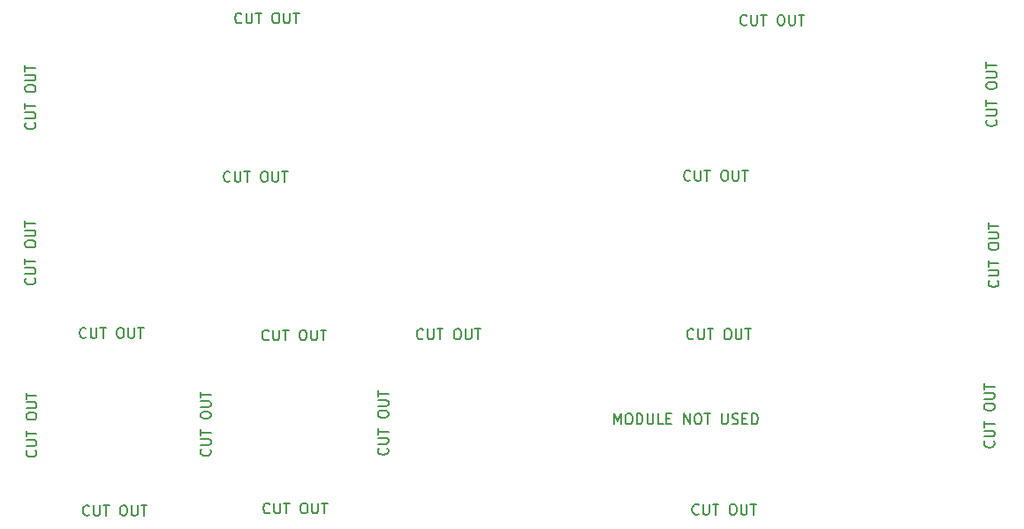
<source format=gbr>
G04 #@! TF.GenerationSoftware,KiCad,Pcbnew,(5.1.4)-1*
G04 #@! TF.CreationDate,2020-11-21T16:43:21-08:00*
G04 #@! TF.ProjectId,ufc_v4_displays_panel,7566635f-7634-45f6-9469-73706c617973,rev?*
G04 #@! TF.SameCoordinates,Original*
G04 #@! TF.FileFunction,Other,Comment*
%FSLAX46Y46*%
G04 Gerber Fmt 4.6, Leading zero omitted, Abs format (unit mm)*
G04 Created by KiCad (PCBNEW (5.1.4)-1) date 2020-11-21 16:43:21*
%MOMM*%
%LPD*%
G04 APERTURE LIST*
%ADD10C,0.150000*%
G04 APERTURE END LIST*
D10*
X102156547Y-84519380D02*
X102156547Y-83519380D01*
X102489880Y-84233666D01*
X102823214Y-83519380D01*
X102823214Y-84519380D01*
X103489880Y-83519380D02*
X103680357Y-83519380D01*
X103775595Y-83567000D01*
X103870833Y-83662238D01*
X103918452Y-83852714D01*
X103918452Y-84186047D01*
X103870833Y-84376523D01*
X103775595Y-84471761D01*
X103680357Y-84519380D01*
X103489880Y-84519380D01*
X103394642Y-84471761D01*
X103299404Y-84376523D01*
X103251785Y-84186047D01*
X103251785Y-83852714D01*
X103299404Y-83662238D01*
X103394642Y-83567000D01*
X103489880Y-83519380D01*
X104347023Y-84519380D02*
X104347023Y-83519380D01*
X104585119Y-83519380D01*
X104727976Y-83567000D01*
X104823214Y-83662238D01*
X104870833Y-83757476D01*
X104918452Y-83947952D01*
X104918452Y-84090809D01*
X104870833Y-84281285D01*
X104823214Y-84376523D01*
X104727976Y-84471761D01*
X104585119Y-84519380D01*
X104347023Y-84519380D01*
X105347023Y-83519380D02*
X105347023Y-84328904D01*
X105394642Y-84424142D01*
X105442261Y-84471761D01*
X105537500Y-84519380D01*
X105727976Y-84519380D01*
X105823214Y-84471761D01*
X105870833Y-84424142D01*
X105918452Y-84328904D01*
X105918452Y-83519380D01*
X106870833Y-84519380D02*
X106394642Y-84519380D01*
X106394642Y-83519380D01*
X107204166Y-83995571D02*
X107537500Y-83995571D01*
X107680357Y-84519380D02*
X107204166Y-84519380D01*
X107204166Y-83519380D01*
X107680357Y-83519380D01*
X108870833Y-84519380D02*
X108870833Y-83519380D01*
X109442261Y-84519380D01*
X109442261Y-83519380D01*
X110108928Y-83519380D02*
X110299404Y-83519380D01*
X110394642Y-83567000D01*
X110489880Y-83662238D01*
X110537500Y-83852714D01*
X110537500Y-84186047D01*
X110489880Y-84376523D01*
X110394642Y-84471761D01*
X110299404Y-84519380D01*
X110108928Y-84519380D01*
X110013690Y-84471761D01*
X109918452Y-84376523D01*
X109870833Y-84186047D01*
X109870833Y-83852714D01*
X109918452Y-83662238D01*
X110013690Y-83567000D01*
X110108928Y-83519380D01*
X110823214Y-83519380D02*
X111394642Y-83519380D01*
X111108928Y-84519380D02*
X111108928Y-83519380D01*
X112489880Y-83519380D02*
X112489880Y-84328904D01*
X112537500Y-84424142D01*
X112585119Y-84471761D01*
X112680357Y-84519380D01*
X112870833Y-84519380D01*
X112966071Y-84471761D01*
X113013690Y-84424142D01*
X113061309Y-84328904D01*
X113061309Y-83519380D01*
X113489880Y-84471761D02*
X113632738Y-84519380D01*
X113870833Y-84519380D01*
X113966071Y-84471761D01*
X114013690Y-84424142D01*
X114061309Y-84328904D01*
X114061309Y-84233666D01*
X114013690Y-84138428D01*
X113966071Y-84090809D01*
X113870833Y-84043190D01*
X113680357Y-83995571D01*
X113585119Y-83947952D01*
X113537500Y-83900333D01*
X113489880Y-83805095D01*
X113489880Y-83709857D01*
X113537500Y-83614619D01*
X113585119Y-83567000D01*
X113680357Y-83519380D01*
X113918452Y-83519380D01*
X114061309Y-83567000D01*
X114489880Y-83995571D02*
X114823214Y-83995571D01*
X114966071Y-84519380D02*
X114489880Y-84519380D01*
X114489880Y-83519380D01*
X114966071Y-83519380D01*
X115394642Y-84519380D02*
X115394642Y-83519380D01*
X115632738Y-83519380D01*
X115775595Y-83567000D01*
X115870833Y-83662238D01*
X115918452Y-83757476D01*
X115966071Y-83947952D01*
X115966071Y-84090809D01*
X115918452Y-84281285D01*
X115870833Y-84376523D01*
X115775595Y-84471761D01*
X115632738Y-84519380D01*
X115394642Y-84519380D01*
X138744642Y-55346761D02*
X138792261Y-55394380D01*
X138839880Y-55537238D01*
X138839880Y-55632476D01*
X138792261Y-55775333D01*
X138697023Y-55870571D01*
X138601785Y-55918190D01*
X138411309Y-55965809D01*
X138268452Y-55965809D01*
X138077976Y-55918190D01*
X137982738Y-55870571D01*
X137887500Y-55775333D01*
X137839880Y-55632476D01*
X137839880Y-55537238D01*
X137887500Y-55394380D01*
X137935119Y-55346761D01*
X137839880Y-54918190D02*
X138649404Y-54918190D01*
X138744642Y-54870571D01*
X138792261Y-54822952D01*
X138839880Y-54727714D01*
X138839880Y-54537238D01*
X138792261Y-54442000D01*
X138744642Y-54394380D01*
X138649404Y-54346761D01*
X137839880Y-54346761D01*
X137839880Y-54013428D02*
X137839880Y-53442000D01*
X138839880Y-53727714D02*
X137839880Y-53727714D01*
X137839880Y-52156285D02*
X137839880Y-51965809D01*
X137887500Y-51870571D01*
X137982738Y-51775333D01*
X138173214Y-51727714D01*
X138506547Y-51727714D01*
X138697023Y-51775333D01*
X138792261Y-51870571D01*
X138839880Y-51965809D01*
X138839880Y-52156285D01*
X138792261Y-52251523D01*
X138697023Y-52346761D01*
X138506547Y-52394380D01*
X138173214Y-52394380D01*
X137982738Y-52346761D01*
X137887500Y-52251523D01*
X137839880Y-52156285D01*
X137839880Y-51299142D02*
X138649404Y-51299142D01*
X138744642Y-51251523D01*
X138792261Y-51203904D01*
X138839880Y-51108666D01*
X138839880Y-50918190D01*
X138792261Y-50822952D01*
X138744642Y-50775333D01*
X138649404Y-50727714D01*
X137839880Y-50727714D01*
X137839880Y-50394380D02*
X137839880Y-49822952D01*
X138839880Y-50108666D02*
X137839880Y-50108666D01*
X138944642Y-70746761D02*
X138992261Y-70794380D01*
X139039880Y-70937238D01*
X139039880Y-71032476D01*
X138992261Y-71175333D01*
X138897023Y-71270571D01*
X138801785Y-71318190D01*
X138611309Y-71365809D01*
X138468452Y-71365809D01*
X138277976Y-71318190D01*
X138182738Y-71270571D01*
X138087500Y-71175333D01*
X138039880Y-71032476D01*
X138039880Y-70937238D01*
X138087500Y-70794380D01*
X138135119Y-70746761D01*
X138039880Y-70318190D02*
X138849404Y-70318190D01*
X138944642Y-70270571D01*
X138992261Y-70222952D01*
X139039880Y-70127714D01*
X139039880Y-69937238D01*
X138992261Y-69842000D01*
X138944642Y-69794380D01*
X138849404Y-69746761D01*
X138039880Y-69746761D01*
X138039880Y-69413428D02*
X138039880Y-68842000D01*
X139039880Y-69127714D02*
X138039880Y-69127714D01*
X138039880Y-67556285D02*
X138039880Y-67365809D01*
X138087500Y-67270571D01*
X138182738Y-67175333D01*
X138373214Y-67127714D01*
X138706547Y-67127714D01*
X138897023Y-67175333D01*
X138992261Y-67270571D01*
X139039880Y-67365809D01*
X139039880Y-67556285D01*
X138992261Y-67651523D01*
X138897023Y-67746761D01*
X138706547Y-67794380D01*
X138373214Y-67794380D01*
X138182738Y-67746761D01*
X138087500Y-67651523D01*
X138039880Y-67556285D01*
X138039880Y-66699142D02*
X138849404Y-66699142D01*
X138944642Y-66651523D01*
X138992261Y-66603904D01*
X139039880Y-66508666D01*
X139039880Y-66318190D01*
X138992261Y-66222952D01*
X138944642Y-66175333D01*
X138849404Y-66127714D01*
X138039880Y-66127714D01*
X138039880Y-65794380D02*
X138039880Y-65222952D01*
X139039880Y-65508666D02*
X138039880Y-65508666D01*
X51882738Y-93199142D02*
X51835119Y-93246761D01*
X51692261Y-93294380D01*
X51597023Y-93294380D01*
X51454166Y-93246761D01*
X51358928Y-93151523D01*
X51311309Y-93056285D01*
X51263690Y-92865809D01*
X51263690Y-92722952D01*
X51311309Y-92532476D01*
X51358928Y-92437238D01*
X51454166Y-92342000D01*
X51597023Y-92294380D01*
X51692261Y-92294380D01*
X51835119Y-92342000D01*
X51882738Y-92389619D01*
X52311309Y-92294380D02*
X52311309Y-93103904D01*
X52358928Y-93199142D01*
X52406547Y-93246761D01*
X52501785Y-93294380D01*
X52692261Y-93294380D01*
X52787500Y-93246761D01*
X52835119Y-93199142D01*
X52882738Y-93103904D01*
X52882738Y-92294380D01*
X53216071Y-92294380D02*
X53787500Y-92294380D01*
X53501785Y-93294380D02*
X53501785Y-92294380D01*
X55073214Y-92294380D02*
X55263690Y-92294380D01*
X55358928Y-92342000D01*
X55454166Y-92437238D01*
X55501785Y-92627714D01*
X55501785Y-92961047D01*
X55454166Y-93151523D01*
X55358928Y-93246761D01*
X55263690Y-93294380D01*
X55073214Y-93294380D01*
X54977976Y-93246761D01*
X54882738Y-93151523D01*
X54835119Y-92961047D01*
X54835119Y-92627714D01*
X54882738Y-92437238D01*
X54977976Y-92342000D01*
X55073214Y-92294380D01*
X55930357Y-92294380D02*
X55930357Y-93103904D01*
X55977976Y-93199142D01*
X56025595Y-93246761D01*
X56120833Y-93294380D01*
X56311309Y-93294380D01*
X56406547Y-93246761D01*
X56454166Y-93199142D01*
X56501785Y-93103904D01*
X56501785Y-92294380D01*
X56835119Y-92294380D02*
X57406547Y-92294380D01*
X57120833Y-93294380D02*
X57120833Y-92294380D01*
X69182738Y-92999142D02*
X69135119Y-93046761D01*
X68992261Y-93094380D01*
X68897023Y-93094380D01*
X68754166Y-93046761D01*
X68658928Y-92951523D01*
X68611309Y-92856285D01*
X68563690Y-92665809D01*
X68563690Y-92522952D01*
X68611309Y-92332476D01*
X68658928Y-92237238D01*
X68754166Y-92142000D01*
X68897023Y-92094380D01*
X68992261Y-92094380D01*
X69135119Y-92142000D01*
X69182738Y-92189619D01*
X69611309Y-92094380D02*
X69611309Y-92903904D01*
X69658928Y-92999142D01*
X69706547Y-93046761D01*
X69801785Y-93094380D01*
X69992261Y-93094380D01*
X70087500Y-93046761D01*
X70135119Y-92999142D01*
X70182738Y-92903904D01*
X70182738Y-92094380D01*
X70516071Y-92094380D02*
X71087500Y-92094380D01*
X70801785Y-93094380D02*
X70801785Y-92094380D01*
X72373214Y-92094380D02*
X72563690Y-92094380D01*
X72658928Y-92142000D01*
X72754166Y-92237238D01*
X72801785Y-92427714D01*
X72801785Y-92761047D01*
X72754166Y-92951523D01*
X72658928Y-93046761D01*
X72563690Y-93094380D01*
X72373214Y-93094380D01*
X72277976Y-93046761D01*
X72182738Y-92951523D01*
X72135119Y-92761047D01*
X72135119Y-92427714D01*
X72182738Y-92237238D01*
X72277976Y-92142000D01*
X72373214Y-92094380D01*
X73230357Y-92094380D02*
X73230357Y-92903904D01*
X73277976Y-92999142D01*
X73325595Y-93046761D01*
X73420833Y-93094380D01*
X73611309Y-93094380D01*
X73706547Y-93046761D01*
X73754166Y-92999142D01*
X73801785Y-92903904D01*
X73801785Y-92094380D01*
X74135119Y-92094380D02*
X74706547Y-92094380D01*
X74420833Y-93094380D02*
X74420833Y-92094380D01*
X110282738Y-93099142D02*
X110235119Y-93146761D01*
X110092261Y-93194380D01*
X109997023Y-93194380D01*
X109854166Y-93146761D01*
X109758928Y-93051523D01*
X109711309Y-92956285D01*
X109663690Y-92765809D01*
X109663690Y-92622952D01*
X109711309Y-92432476D01*
X109758928Y-92337238D01*
X109854166Y-92242000D01*
X109997023Y-92194380D01*
X110092261Y-92194380D01*
X110235119Y-92242000D01*
X110282738Y-92289619D01*
X110711309Y-92194380D02*
X110711309Y-93003904D01*
X110758928Y-93099142D01*
X110806547Y-93146761D01*
X110901785Y-93194380D01*
X111092261Y-93194380D01*
X111187500Y-93146761D01*
X111235119Y-93099142D01*
X111282738Y-93003904D01*
X111282738Y-92194380D01*
X111616071Y-92194380D02*
X112187500Y-92194380D01*
X111901785Y-93194380D02*
X111901785Y-92194380D01*
X113473214Y-92194380D02*
X113663690Y-92194380D01*
X113758928Y-92242000D01*
X113854166Y-92337238D01*
X113901785Y-92527714D01*
X113901785Y-92861047D01*
X113854166Y-93051523D01*
X113758928Y-93146761D01*
X113663690Y-93194380D01*
X113473214Y-93194380D01*
X113377976Y-93146761D01*
X113282738Y-93051523D01*
X113235119Y-92861047D01*
X113235119Y-92527714D01*
X113282738Y-92337238D01*
X113377976Y-92242000D01*
X113473214Y-92194380D01*
X114330357Y-92194380D02*
X114330357Y-93003904D01*
X114377976Y-93099142D01*
X114425595Y-93146761D01*
X114520833Y-93194380D01*
X114711309Y-93194380D01*
X114806547Y-93146761D01*
X114854166Y-93099142D01*
X114901785Y-93003904D01*
X114901785Y-92194380D01*
X115235119Y-92194380D02*
X115806547Y-92194380D01*
X115520833Y-93194380D02*
X115520833Y-92194380D01*
X138544642Y-86146761D02*
X138592261Y-86194380D01*
X138639880Y-86337238D01*
X138639880Y-86432476D01*
X138592261Y-86575333D01*
X138497023Y-86670571D01*
X138401785Y-86718190D01*
X138211309Y-86765809D01*
X138068452Y-86765809D01*
X137877976Y-86718190D01*
X137782738Y-86670571D01*
X137687500Y-86575333D01*
X137639880Y-86432476D01*
X137639880Y-86337238D01*
X137687500Y-86194380D01*
X137735119Y-86146761D01*
X137639880Y-85718190D02*
X138449404Y-85718190D01*
X138544642Y-85670571D01*
X138592261Y-85622952D01*
X138639880Y-85527714D01*
X138639880Y-85337238D01*
X138592261Y-85242000D01*
X138544642Y-85194380D01*
X138449404Y-85146761D01*
X137639880Y-85146761D01*
X137639880Y-84813428D02*
X137639880Y-84242000D01*
X138639880Y-84527714D02*
X137639880Y-84527714D01*
X137639880Y-82956285D02*
X137639880Y-82765809D01*
X137687500Y-82670571D01*
X137782738Y-82575333D01*
X137973214Y-82527714D01*
X138306547Y-82527714D01*
X138497023Y-82575333D01*
X138592261Y-82670571D01*
X138639880Y-82765809D01*
X138639880Y-82956285D01*
X138592261Y-83051523D01*
X138497023Y-83146761D01*
X138306547Y-83194380D01*
X137973214Y-83194380D01*
X137782738Y-83146761D01*
X137687500Y-83051523D01*
X137639880Y-82956285D01*
X137639880Y-82099142D02*
X138449404Y-82099142D01*
X138544642Y-82051523D01*
X138592261Y-82003904D01*
X138639880Y-81908666D01*
X138639880Y-81718190D01*
X138592261Y-81622952D01*
X138544642Y-81575333D01*
X138449404Y-81527714D01*
X137639880Y-81527714D01*
X137639880Y-81194380D02*
X137639880Y-80622952D01*
X138639880Y-80908666D02*
X137639880Y-80908666D01*
X80444642Y-86846761D02*
X80492261Y-86894380D01*
X80539880Y-87037238D01*
X80539880Y-87132476D01*
X80492261Y-87275333D01*
X80397023Y-87370571D01*
X80301785Y-87418190D01*
X80111309Y-87465809D01*
X79968452Y-87465809D01*
X79777976Y-87418190D01*
X79682738Y-87370571D01*
X79587500Y-87275333D01*
X79539880Y-87132476D01*
X79539880Y-87037238D01*
X79587500Y-86894380D01*
X79635119Y-86846761D01*
X79539880Y-86418190D02*
X80349404Y-86418190D01*
X80444642Y-86370571D01*
X80492261Y-86322952D01*
X80539880Y-86227714D01*
X80539880Y-86037238D01*
X80492261Y-85942000D01*
X80444642Y-85894380D01*
X80349404Y-85846761D01*
X79539880Y-85846761D01*
X79539880Y-85513428D02*
X79539880Y-84942000D01*
X80539880Y-85227714D02*
X79539880Y-85227714D01*
X79539880Y-83656285D02*
X79539880Y-83465809D01*
X79587500Y-83370571D01*
X79682738Y-83275333D01*
X79873214Y-83227714D01*
X80206547Y-83227714D01*
X80397023Y-83275333D01*
X80492261Y-83370571D01*
X80539880Y-83465809D01*
X80539880Y-83656285D01*
X80492261Y-83751523D01*
X80397023Y-83846761D01*
X80206547Y-83894380D01*
X79873214Y-83894380D01*
X79682738Y-83846761D01*
X79587500Y-83751523D01*
X79539880Y-83656285D01*
X79539880Y-82799142D02*
X80349404Y-82799142D01*
X80444642Y-82751523D01*
X80492261Y-82703904D01*
X80539880Y-82608666D01*
X80539880Y-82418190D01*
X80492261Y-82322952D01*
X80444642Y-82275333D01*
X80349404Y-82227714D01*
X79539880Y-82227714D01*
X79539880Y-81894380D02*
X79539880Y-81322952D01*
X80539880Y-81608666D02*
X79539880Y-81608666D01*
X63444642Y-86946761D02*
X63492261Y-86994380D01*
X63539880Y-87137238D01*
X63539880Y-87232476D01*
X63492261Y-87375333D01*
X63397023Y-87470571D01*
X63301785Y-87518190D01*
X63111309Y-87565809D01*
X62968452Y-87565809D01*
X62777976Y-87518190D01*
X62682738Y-87470571D01*
X62587500Y-87375333D01*
X62539880Y-87232476D01*
X62539880Y-87137238D01*
X62587500Y-86994380D01*
X62635119Y-86946761D01*
X62539880Y-86518190D02*
X63349404Y-86518190D01*
X63444642Y-86470571D01*
X63492261Y-86422952D01*
X63539880Y-86327714D01*
X63539880Y-86137238D01*
X63492261Y-86042000D01*
X63444642Y-85994380D01*
X63349404Y-85946761D01*
X62539880Y-85946761D01*
X62539880Y-85613428D02*
X62539880Y-85042000D01*
X63539880Y-85327714D02*
X62539880Y-85327714D01*
X62539880Y-83756285D02*
X62539880Y-83565809D01*
X62587500Y-83470571D01*
X62682738Y-83375333D01*
X62873214Y-83327714D01*
X63206547Y-83327714D01*
X63397023Y-83375333D01*
X63492261Y-83470571D01*
X63539880Y-83565809D01*
X63539880Y-83756285D01*
X63492261Y-83851523D01*
X63397023Y-83946761D01*
X63206547Y-83994380D01*
X62873214Y-83994380D01*
X62682738Y-83946761D01*
X62587500Y-83851523D01*
X62539880Y-83756285D01*
X62539880Y-82899142D02*
X63349404Y-82899142D01*
X63444642Y-82851523D01*
X63492261Y-82803904D01*
X63539880Y-82708666D01*
X63539880Y-82518190D01*
X63492261Y-82422952D01*
X63444642Y-82375333D01*
X63349404Y-82327714D01*
X62539880Y-82327714D01*
X62539880Y-81994380D02*
X62539880Y-81422952D01*
X63539880Y-81708666D02*
X62539880Y-81708666D01*
X46744642Y-87046761D02*
X46792261Y-87094380D01*
X46839880Y-87237238D01*
X46839880Y-87332476D01*
X46792261Y-87475333D01*
X46697023Y-87570571D01*
X46601785Y-87618190D01*
X46411309Y-87665809D01*
X46268452Y-87665809D01*
X46077976Y-87618190D01*
X45982738Y-87570571D01*
X45887500Y-87475333D01*
X45839880Y-87332476D01*
X45839880Y-87237238D01*
X45887500Y-87094380D01*
X45935119Y-87046761D01*
X45839880Y-86618190D02*
X46649404Y-86618190D01*
X46744642Y-86570571D01*
X46792261Y-86522952D01*
X46839880Y-86427714D01*
X46839880Y-86237238D01*
X46792261Y-86142000D01*
X46744642Y-86094380D01*
X46649404Y-86046761D01*
X45839880Y-86046761D01*
X45839880Y-85713428D02*
X45839880Y-85142000D01*
X46839880Y-85427714D02*
X45839880Y-85427714D01*
X45839880Y-83856285D02*
X45839880Y-83665809D01*
X45887500Y-83570571D01*
X45982738Y-83475333D01*
X46173214Y-83427714D01*
X46506547Y-83427714D01*
X46697023Y-83475333D01*
X46792261Y-83570571D01*
X46839880Y-83665809D01*
X46839880Y-83856285D01*
X46792261Y-83951523D01*
X46697023Y-84046761D01*
X46506547Y-84094380D01*
X46173214Y-84094380D01*
X45982738Y-84046761D01*
X45887500Y-83951523D01*
X45839880Y-83856285D01*
X45839880Y-82999142D02*
X46649404Y-82999142D01*
X46744642Y-82951523D01*
X46792261Y-82903904D01*
X46839880Y-82808666D01*
X46839880Y-82618190D01*
X46792261Y-82522952D01*
X46744642Y-82475333D01*
X46649404Y-82427714D01*
X45839880Y-82427714D01*
X45839880Y-82094380D02*
X45839880Y-81522952D01*
X46839880Y-81808666D02*
X45839880Y-81808666D01*
X46644642Y-70546761D02*
X46692261Y-70594380D01*
X46739880Y-70737238D01*
X46739880Y-70832476D01*
X46692261Y-70975333D01*
X46597023Y-71070571D01*
X46501785Y-71118190D01*
X46311309Y-71165809D01*
X46168452Y-71165809D01*
X45977976Y-71118190D01*
X45882738Y-71070571D01*
X45787500Y-70975333D01*
X45739880Y-70832476D01*
X45739880Y-70737238D01*
X45787500Y-70594380D01*
X45835119Y-70546761D01*
X45739880Y-70118190D02*
X46549404Y-70118190D01*
X46644642Y-70070571D01*
X46692261Y-70022952D01*
X46739880Y-69927714D01*
X46739880Y-69737238D01*
X46692261Y-69642000D01*
X46644642Y-69594380D01*
X46549404Y-69546761D01*
X45739880Y-69546761D01*
X45739880Y-69213428D02*
X45739880Y-68642000D01*
X46739880Y-68927714D02*
X45739880Y-68927714D01*
X45739880Y-67356285D02*
X45739880Y-67165809D01*
X45787500Y-67070571D01*
X45882738Y-66975333D01*
X46073214Y-66927714D01*
X46406547Y-66927714D01*
X46597023Y-66975333D01*
X46692261Y-67070571D01*
X46739880Y-67165809D01*
X46739880Y-67356285D01*
X46692261Y-67451523D01*
X46597023Y-67546761D01*
X46406547Y-67594380D01*
X46073214Y-67594380D01*
X45882738Y-67546761D01*
X45787500Y-67451523D01*
X45739880Y-67356285D01*
X45739880Y-66499142D02*
X46549404Y-66499142D01*
X46644642Y-66451523D01*
X46692261Y-66403904D01*
X46739880Y-66308666D01*
X46739880Y-66118190D01*
X46692261Y-66022952D01*
X46644642Y-65975333D01*
X46549404Y-65927714D01*
X45739880Y-65927714D01*
X45739880Y-65594380D02*
X45739880Y-65022952D01*
X46739880Y-65308666D02*
X45739880Y-65308666D01*
X46644642Y-55646761D02*
X46692261Y-55694380D01*
X46739880Y-55837238D01*
X46739880Y-55932476D01*
X46692261Y-56075333D01*
X46597023Y-56170571D01*
X46501785Y-56218190D01*
X46311309Y-56265809D01*
X46168452Y-56265809D01*
X45977976Y-56218190D01*
X45882738Y-56170571D01*
X45787500Y-56075333D01*
X45739880Y-55932476D01*
X45739880Y-55837238D01*
X45787500Y-55694380D01*
X45835119Y-55646761D01*
X45739880Y-55218190D02*
X46549404Y-55218190D01*
X46644642Y-55170571D01*
X46692261Y-55122952D01*
X46739880Y-55027714D01*
X46739880Y-54837238D01*
X46692261Y-54742000D01*
X46644642Y-54694380D01*
X46549404Y-54646761D01*
X45739880Y-54646761D01*
X45739880Y-54313428D02*
X45739880Y-53742000D01*
X46739880Y-54027714D02*
X45739880Y-54027714D01*
X45739880Y-52456285D02*
X45739880Y-52265809D01*
X45787500Y-52170571D01*
X45882738Y-52075333D01*
X46073214Y-52027714D01*
X46406547Y-52027714D01*
X46597023Y-52075333D01*
X46692261Y-52170571D01*
X46739880Y-52265809D01*
X46739880Y-52456285D01*
X46692261Y-52551523D01*
X46597023Y-52646761D01*
X46406547Y-52694380D01*
X46073214Y-52694380D01*
X45882738Y-52646761D01*
X45787500Y-52551523D01*
X45739880Y-52456285D01*
X45739880Y-51599142D02*
X46549404Y-51599142D01*
X46644642Y-51551523D01*
X46692261Y-51503904D01*
X46739880Y-51408666D01*
X46739880Y-51218190D01*
X46692261Y-51122952D01*
X46644642Y-51075333D01*
X46549404Y-51027714D01*
X45739880Y-51027714D01*
X45739880Y-50694380D02*
X45739880Y-50122952D01*
X46739880Y-50408666D02*
X45739880Y-50408666D01*
X51582738Y-76199142D02*
X51535119Y-76246761D01*
X51392261Y-76294380D01*
X51297023Y-76294380D01*
X51154166Y-76246761D01*
X51058928Y-76151523D01*
X51011309Y-76056285D01*
X50963690Y-75865809D01*
X50963690Y-75722952D01*
X51011309Y-75532476D01*
X51058928Y-75437238D01*
X51154166Y-75342000D01*
X51297023Y-75294380D01*
X51392261Y-75294380D01*
X51535119Y-75342000D01*
X51582738Y-75389619D01*
X52011309Y-75294380D02*
X52011309Y-76103904D01*
X52058928Y-76199142D01*
X52106547Y-76246761D01*
X52201785Y-76294380D01*
X52392261Y-76294380D01*
X52487500Y-76246761D01*
X52535119Y-76199142D01*
X52582738Y-76103904D01*
X52582738Y-75294380D01*
X52916071Y-75294380D02*
X53487500Y-75294380D01*
X53201785Y-76294380D02*
X53201785Y-75294380D01*
X54773214Y-75294380D02*
X54963690Y-75294380D01*
X55058928Y-75342000D01*
X55154166Y-75437238D01*
X55201785Y-75627714D01*
X55201785Y-75961047D01*
X55154166Y-76151523D01*
X55058928Y-76246761D01*
X54963690Y-76294380D01*
X54773214Y-76294380D01*
X54677976Y-76246761D01*
X54582738Y-76151523D01*
X54535119Y-75961047D01*
X54535119Y-75627714D01*
X54582738Y-75437238D01*
X54677976Y-75342000D01*
X54773214Y-75294380D01*
X55630357Y-75294380D02*
X55630357Y-76103904D01*
X55677976Y-76199142D01*
X55725595Y-76246761D01*
X55820833Y-76294380D01*
X56011309Y-76294380D01*
X56106547Y-76246761D01*
X56154166Y-76199142D01*
X56201785Y-76103904D01*
X56201785Y-75294380D01*
X56535119Y-75294380D02*
X57106547Y-75294380D01*
X56820833Y-76294380D02*
X56820833Y-75294380D01*
X69082738Y-76399142D02*
X69035119Y-76446761D01*
X68892261Y-76494380D01*
X68797023Y-76494380D01*
X68654166Y-76446761D01*
X68558928Y-76351523D01*
X68511309Y-76256285D01*
X68463690Y-76065809D01*
X68463690Y-75922952D01*
X68511309Y-75732476D01*
X68558928Y-75637238D01*
X68654166Y-75542000D01*
X68797023Y-75494380D01*
X68892261Y-75494380D01*
X69035119Y-75542000D01*
X69082738Y-75589619D01*
X69511309Y-75494380D02*
X69511309Y-76303904D01*
X69558928Y-76399142D01*
X69606547Y-76446761D01*
X69701785Y-76494380D01*
X69892261Y-76494380D01*
X69987500Y-76446761D01*
X70035119Y-76399142D01*
X70082738Y-76303904D01*
X70082738Y-75494380D01*
X70416071Y-75494380D02*
X70987500Y-75494380D01*
X70701785Y-76494380D02*
X70701785Y-75494380D01*
X72273214Y-75494380D02*
X72463690Y-75494380D01*
X72558928Y-75542000D01*
X72654166Y-75637238D01*
X72701785Y-75827714D01*
X72701785Y-76161047D01*
X72654166Y-76351523D01*
X72558928Y-76446761D01*
X72463690Y-76494380D01*
X72273214Y-76494380D01*
X72177976Y-76446761D01*
X72082738Y-76351523D01*
X72035119Y-76161047D01*
X72035119Y-75827714D01*
X72082738Y-75637238D01*
X72177976Y-75542000D01*
X72273214Y-75494380D01*
X73130357Y-75494380D02*
X73130357Y-76303904D01*
X73177976Y-76399142D01*
X73225595Y-76446761D01*
X73320833Y-76494380D01*
X73511309Y-76494380D01*
X73606547Y-76446761D01*
X73654166Y-76399142D01*
X73701785Y-76303904D01*
X73701785Y-75494380D01*
X74035119Y-75494380D02*
X74606547Y-75494380D01*
X74320833Y-76494380D02*
X74320833Y-75494380D01*
X83882738Y-76299142D02*
X83835119Y-76346761D01*
X83692261Y-76394380D01*
X83597023Y-76394380D01*
X83454166Y-76346761D01*
X83358928Y-76251523D01*
X83311309Y-76156285D01*
X83263690Y-75965809D01*
X83263690Y-75822952D01*
X83311309Y-75632476D01*
X83358928Y-75537238D01*
X83454166Y-75442000D01*
X83597023Y-75394380D01*
X83692261Y-75394380D01*
X83835119Y-75442000D01*
X83882738Y-75489619D01*
X84311309Y-75394380D02*
X84311309Y-76203904D01*
X84358928Y-76299142D01*
X84406547Y-76346761D01*
X84501785Y-76394380D01*
X84692261Y-76394380D01*
X84787500Y-76346761D01*
X84835119Y-76299142D01*
X84882738Y-76203904D01*
X84882738Y-75394380D01*
X85216071Y-75394380D02*
X85787500Y-75394380D01*
X85501785Y-76394380D02*
X85501785Y-75394380D01*
X87073214Y-75394380D02*
X87263690Y-75394380D01*
X87358928Y-75442000D01*
X87454166Y-75537238D01*
X87501785Y-75727714D01*
X87501785Y-76061047D01*
X87454166Y-76251523D01*
X87358928Y-76346761D01*
X87263690Y-76394380D01*
X87073214Y-76394380D01*
X86977976Y-76346761D01*
X86882738Y-76251523D01*
X86835119Y-76061047D01*
X86835119Y-75727714D01*
X86882738Y-75537238D01*
X86977976Y-75442000D01*
X87073214Y-75394380D01*
X87930357Y-75394380D02*
X87930357Y-76203904D01*
X87977976Y-76299142D01*
X88025595Y-76346761D01*
X88120833Y-76394380D01*
X88311309Y-76394380D01*
X88406547Y-76346761D01*
X88454166Y-76299142D01*
X88501785Y-76203904D01*
X88501785Y-75394380D01*
X88835119Y-75394380D02*
X89406547Y-75394380D01*
X89120833Y-76394380D02*
X89120833Y-75394380D01*
X109782738Y-76299142D02*
X109735119Y-76346761D01*
X109592261Y-76394380D01*
X109497023Y-76394380D01*
X109354166Y-76346761D01*
X109258928Y-76251523D01*
X109211309Y-76156285D01*
X109163690Y-75965809D01*
X109163690Y-75822952D01*
X109211309Y-75632476D01*
X109258928Y-75537238D01*
X109354166Y-75442000D01*
X109497023Y-75394380D01*
X109592261Y-75394380D01*
X109735119Y-75442000D01*
X109782738Y-75489619D01*
X110211309Y-75394380D02*
X110211309Y-76203904D01*
X110258928Y-76299142D01*
X110306547Y-76346761D01*
X110401785Y-76394380D01*
X110592261Y-76394380D01*
X110687500Y-76346761D01*
X110735119Y-76299142D01*
X110782738Y-76203904D01*
X110782738Y-75394380D01*
X111116071Y-75394380D02*
X111687500Y-75394380D01*
X111401785Y-76394380D02*
X111401785Y-75394380D01*
X112973214Y-75394380D02*
X113163690Y-75394380D01*
X113258928Y-75442000D01*
X113354166Y-75537238D01*
X113401785Y-75727714D01*
X113401785Y-76061047D01*
X113354166Y-76251523D01*
X113258928Y-76346761D01*
X113163690Y-76394380D01*
X112973214Y-76394380D01*
X112877976Y-76346761D01*
X112782738Y-76251523D01*
X112735119Y-76061047D01*
X112735119Y-75727714D01*
X112782738Y-75537238D01*
X112877976Y-75442000D01*
X112973214Y-75394380D01*
X113830357Y-75394380D02*
X113830357Y-76203904D01*
X113877976Y-76299142D01*
X113925595Y-76346761D01*
X114020833Y-76394380D01*
X114211309Y-76394380D01*
X114306547Y-76346761D01*
X114354166Y-76299142D01*
X114401785Y-76203904D01*
X114401785Y-75394380D01*
X114735119Y-75394380D02*
X115306547Y-75394380D01*
X115020833Y-76394380D02*
X115020833Y-75394380D01*
X65382738Y-61199142D02*
X65335119Y-61246761D01*
X65192261Y-61294380D01*
X65097023Y-61294380D01*
X64954166Y-61246761D01*
X64858928Y-61151523D01*
X64811309Y-61056285D01*
X64763690Y-60865809D01*
X64763690Y-60722952D01*
X64811309Y-60532476D01*
X64858928Y-60437238D01*
X64954166Y-60342000D01*
X65097023Y-60294380D01*
X65192261Y-60294380D01*
X65335119Y-60342000D01*
X65382738Y-60389619D01*
X65811309Y-60294380D02*
X65811309Y-61103904D01*
X65858928Y-61199142D01*
X65906547Y-61246761D01*
X66001785Y-61294380D01*
X66192261Y-61294380D01*
X66287500Y-61246761D01*
X66335119Y-61199142D01*
X66382738Y-61103904D01*
X66382738Y-60294380D01*
X66716071Y-60294380D02*
X67287500Y-60294380D01*
X67001785Y-61294380D02*
X67001785Y-60294380D01*
X68573214Y-60294380D02*
X68763690Y-60294380D01*
X68858928Y-60342000D01*
X68954166Y-60437238D01*
X69001785Y-60627714D01*
X69001785Y-60961047D01*
X68954166Y-61151523D01*
X68858928Y-61246761D01*
X68763690Y-61294380D01*
X68573214Y-61294380D01*
X68477976Y-61246761D01*
X68382738Y-61151523D01*
X68335119Y-60961047D01*
X68335119Y-60627714D01*
X68382738Y-60437238D01*
X68477976Y-60342000D01*
X68573214Y-60294380D01*
X69430357Y-60294380D02*
X69430357Y-61103904D01*
X69477976Y-61199142D01*
X69525595Y-61246761D01*
X69620833Y-61294380D01*
X69811309Y-61294380D01*
X69906547Y-61246761D01*
X69954166Y-61199142D01*
X70001785Y-61103904D01*
X70001785Y-60294380D01*
X70335119Y-60294380D02*
X70906547Y-60294380D01*
X70620833Y-61294380D02*
X70620833Y-60294380D01*
X109482738Y-61099142D02*
X109435119Y-61146761D01*
X109292261Y-61194380D01*
X109197023Y-61194380D01*
X109054166Y-61146761D01*
X108958928Y-61051523D01*
X108911309Y-60956285D01*
X108863690Y-60765809D01*
X108863690Y-60622952D01*
X108911309Y-60432476D01*
X108958928Y-60337238D01*
X109054166Y-60242000D01*
X109197023Y-60194380D01*
X109292261Y-60194380D01*
X109435119Y-60242000D01*
X109482738Y-60289619D01*
X109911309Y-60194380D02*
X109911309Y-61003904D01*
X109958928Y-61099142D01*
X110006547Y-61146761D01*
X110101785Y-61194380D01*
X110292261Y-61194380D01*
X110387500Y-61146761D01*
X110435119Y-61099142D01*
X110482738Y-61003904D01*
X110482738Y-60194380D01*
X110816071Y-60194380D02*
X111387500Y-60194380D01*
X111101785Y-61194380D02*
X111101785Y-60194380D01*
X112673214Y-60194380D02*
X112863690Y-60194380D01*
X112958928Y-60242000D01*
X113054166Y-60337238D01*
X113101785Y-60527714D01*
X113101785Y-60861047D01*
X113054166Y-61051523D01*
X112958928Y-61146761D01*
X112863690Y-61194380D01*
X112673214Y-61194380D01*
X112577976Y-61146761D01*
X112482738Y-61051523D01*
X112435119Y-60861047D01*
X112435119Y-60527714D01*
X112482738Y-60337238D01*
X112577976Y-60242000D01*
X112673214Y-60194380D01*
X113530357Y-60194380D02*
X113530357Y-61003904D01*
X113577976Y-61099142D01*
X113625595Y-61146761D01*
X113720833Y-61194380D01*
X113911309Y-61194380D01*
X114006547Y-61146761D01*
X114054166Y-61099142D01*
X114101785Y-61003904D01*
X114101785Y-60194380D01*
X114435119Y-60194380D02*
X115006547Y-60194380D01*
X114720833Y-61194380D02*
X114720833Y-60194380D01*
X114882738Y-46199142D02*
X114835119Y-46246761D01*
X114692261Y-46294380D01*
X114597023Y-46294380D01*
X114454166Y-46246761D01*
X114358928Y-46151523D01*
X114311309Y-46056285D01*
X114263690Y-45865809D01*
X114263690Y-45722952D01*
X114311309Y-45532476D01*
X114358928Y-45437238D01*
X114454166Y-45342000D01*
X114597023Y-45294380D01*
X114692261Y-45294380D01*
X114835119Y-45342000D01*
X114882738Y-45389619D01*
X115311309Y-45294380D02*
X115311309Y-46103904D01*
X115358928Y-46199142D01*
X115406547Y-46246761D01*
X115501785Y-46294380D01*
X115692261Y-46294380D01*
X115787500Y-46246761D01*
X115835119Y-46199142D01*
X115882738Y-46103904D01*
X115882738Y-45294380D01*
X116216071Y-45294380D02*
X116787500Y-45294380D01*
X116501785Y-46294380D02*
X116501785Y-45294380D01*
X118073214Y-45294380D02*
X118263690Y-45294380D01*
X118358928Y-45342000D01*
X118454166Y-45437238D01*
X118501785Y-45627714D01*
X118501785Y-45961047D01*
X118454166Y-46151523D01*
X118358928Y-46246761D01*
X118263690Y-46294380D01*
X118073214Y-46294380D01*
X117977976Y-46246761D01*
X117882738Y-46151523D01*
X117835119Y-45961047D01*
X117835119Y-45627714D01*
X117882738Y-45437238D01*
X117977976Y-45342000D01*
X118073214Y-45294380D01*
X118930357Y-45294380D02*
X118930357Y-46103904D01*
X118977976Y-46199142D01*
X119025595Y-46246761D01*
X119120833Y-46294380D01*
X119311309Y-46294380D01*
X119406547Y-46246761D01*
X119454166Y-46199142D01*
X119501785Y-46103904D01*
X119501785Y-45294380D01*
X119835119Y-45294380D02*
X120406547Y-45294380D01*
X120120833Y-46294380D02*
X120120833Y-45294380D01*
X66482738Y-45999142D02*
X66435119Y-46046761D01*
X66292261Y-46094380D01*
X66197023Y-46094380D01*
X66054166Y-46046761D01*
X65958928Y-45951523D01*
X65911309Y-45856285D01*
X65863690Y-45665809D01*
X65863690Y-45522952D01*
X65911309Y-45332476D01*
X65958928Y-45237238D01*
X66054166Y-45142000D01*
X66197023Y-45094380D01*
X66292261Y-45094380D01*
X66435119Y-45142000D01*
X66482738Y-45189619D01*
X66911309Y-45094380D02*
X66911309Y-45903904D01*
X66958928Y-45999142D01*
X67006547Y-46046761D01*
X67101785Y-46094380D01*
X67292261Y-46094380D01*
X67387500Y-46046761D01*
X67435119Y-45999142D01*
X67482738Y-45903904D01*
X67482738Y-45094380D01*
X67816071Y-45094380D02*
X68387500Y-45094380D01*
X68101785Y-46094380D02*
X68101785Y-45094380D01*
X69673214Y-45094380D02*
X69863690Y-45094380D01*
X69958928Y-45142000D01*
X70054166Y-45237238D01*
X70101785Y-45427714D01*
X70101785Y-45761047D01*
X70054166Y-45951523D01*
X69958928Y-46046761D01*
X69863690Y-46094380D01*
X69673214Y-46094380D01*
X69577976Y-46046761D01*
X69482738Y-45951523D01*
X69435119Y-45761047D01*
X69435119Y-45427714D01*
X69482738Y-45237238D01*
X69577976Y-45142000D01*
X69673214Y-45094380D01*
X70530357Y-45094380D02*
X70530357Y-45903904D01*
X70577976Y-45999142D01*
X70625595Y-46046761D01*
X70720833Y-46094380D01*
X70911309Y-46094380D01*
X71006547Y-46046761D01*
X71054166Y-45999142D01*
X71101785Y-45903904D01*
X71101785Y-45094380D01*
X71435119Y-45094380D02*
X72006547Y-45094380D01*
X71720833Y-46094380D02*
X71720833Y-45094380D01*
M02*

</source>
